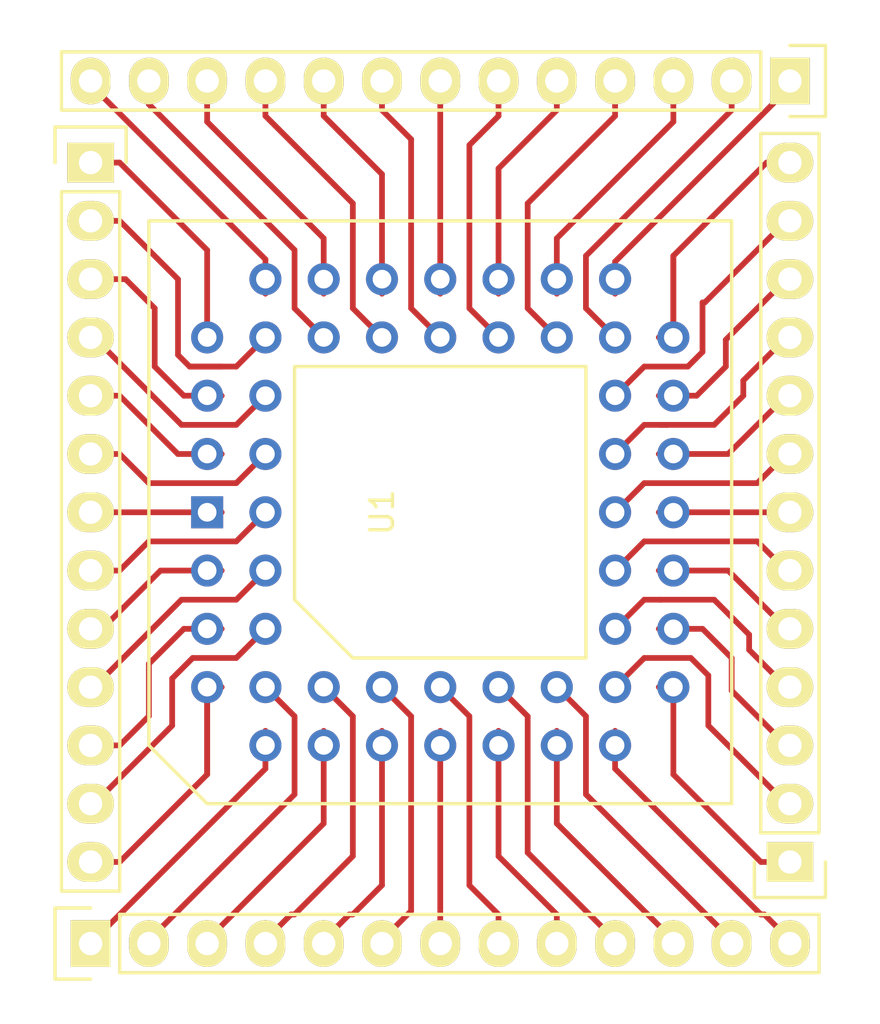
<source format=kicad_pcb>
(kicad_pcb (version 20171130) (host pcbnew 5.0-dev-unknown-dd04bcb~61~ubuntu16.04.1)

  (general
    (thickness 1.6)
    (drawings 0)
    (tracks 219)
    (zones 0)
    (modules 5)
    (nets 53)
  )

  (page A4)
  (layers
    (0 F.Cu signal)
    (31 B.Cu signal)
    (32 B.Adhes user)
    (33 F.Adhes user)
    (34 B.Paste user)
    (35 F.Paste user)
    (36 B.SilkS user)
    (37 F.SilkS user)
    (38 B.Mask user)
    (39 F.Mask user)
    (40 Dwgs.User user)
    (41 Cmts.User user)
    (42 Eco1.User user)
    (43 Eco2.User user)
    (44 Edge.Cuts user)
    (45 Margin user)
    (46 B.CrtYd user)
    (47 F.CrtYd user)
    (48 B.Fab user)
    (49 F.Fab user)
  )

  (setup
    (last_trace_width 0.25)
    (trace_clearance 0.2)
    (zone_clearance 0.508)
    (zone_45_only no)
    (trace_min 0.2)
    (segment_width 0.2)
    (edge_width 0.15)
    (via_size 0.8)
    (via_drill 0.4)
    (via_min_size 0.4)
    (via_min_drill 0.3)
    (uvia_size 0.3)
    (uvia_drill 0.1)
    (uvias_allowed no)
    (uvia_min_size 0.2)
    (uvia_min_drill 0.1)
    (pcb_text_width 0.3)
    (pcb_text_size 1.5 1.5)
    (mod_edge_width 0.15)
    (mod_text_size 1 1)
    (mod_text_width 0.15)
    (pad_size 1.524 1.524)
    (pad_drill 0.762)
    (pad_to_mask_clearance 0.2)
    (aux_axis_origin 0 0)
    (visible_elements FFFFFF7F)
    (pcbplotparams
      (layerselection 0x010fc_ffffffff)
      (usegerberextensions false)
      (usegerberattributes false)
      (usegerberadvancedattributes false)
      (creategerberjobfile false)
      (excludeedgelayer true)
      (linewidth 0.050000)
      (plotframeref false)
      (viasonmask false)
      (mode 1)
      (useauxorigin false)
      (hpglpennumber 1)
      (hpglpenspeed 20)
      (hpglpendiameter 15)
      (psnegative false)
      (psa4output false)
      (plotreference true)
      (plotvalue true)
      (plotinvisibletext false)
      (padsonsilk false)
      (subtractmaskfromsilk false)
      (outputformat 1)
      (mirror false)
      (drillshape 0)
      (scaleselection 1)
      (outputdirectory /home/nail/tmp/plot/))
  )

  (net 0 "")
  (net 1 /1)
  (net 2 /2)
  (net 3 /3)
  (net 4 /4)
  (net 5 /5)
  (net 6 /6)
  (net 7 /7)
  (net 8 /8)
  (net 9 /9)
  (net 10 /10)
  (net 11 /11)
  (net 12 /12)
  (net 13 /13)
  (net 14 /14)
  (net 15 /15)
  (net 16 /16)
  (net 17 /17)
  (net 18 /18)
  (net 19 /19)
  (net 20 /20)
  (net 21 /21)
  (net 22 /22)
  (net 23 /23)
  (net 24 /24)
  (net 25 /25)
  (net 26 /26)
  (net 27 /27)
  (net 28 /28)
  (net 29 /29)
  (net 30 /30)
  (net 31 /31)
  (net 32 /32)
  (net 33 /33)
  (net 34 /34)
  (net 35 /35)
  (net 36 /36)
  (net 37 /37)
  (net 38 /38)
  (net 39 /39)
  (net 40 /40)
  (net 41 /41)
  (net 42 /42)
  (net 43 /43)
  (net 44 /44)
  (net 45 /45)
  (net 46 /46)
  (net 47 /47)
  (net 48 /48)
  (net 49 /49)
  (net 50 /50)
  (net 51 /51)
  (net 52 /52)

  (net_class Default "This is the default net class."
    (clearance 0.2)
    (trace_width 0.25)
    (via_dia 0.8)
    (via_drill 0.4)
    (uvia_dia 0.3)
    (uvia_drill 0.1)
    (add_net /1)
    (add_net /10)
    (add_net /11)
    (add_net /12)
    (add_net /13)
    (add_net /14)
    (add_net /15)
    (add_net /16)
    (add_net /17)
    (add_net /18)
    (add_net /19)
    (add_net /2)
    (add_net /20)
    (add_net /21)
    (add_net /22)
    (add_net /23)
    (add_net /24)
    (add_net /25)
    (add_net /26)
    (add_net /27)
    (add_net /28)
    (add_net /29)
    (add_net /3)
    (add_net /30)
    (add_net /31)
    (add_net /32)
    (add_net /33)
    (add_net /34)
    (add_net /35)
    (add_net /36)
    (add_net /37)
    (add_net /38)
    (add_net /39)
    (add_net /4)
    (add_net /40)
    (add_net /41)
    (add_net /42)
    (add_net /43)
    (add_net /44)
    (add_net /45)
    (add_net /46)
    (add_net /47)
    (add_net /48)
    (add_net /49)
    (add_net /5)
    (add_net /50)
    (add_net /51)
    (add_net /52)
    (add_net /6)
    (add_net /7)
    (add_net /8)
    (add_net /9)
  )

  (module Pin_Headers.pretty:Pin_Header_Straight_1x13 (layer F.Cu) (tedit 5A8EC219) (tstamp 5A904C90)
    (at 93.98 91.44)
    (descr "Through hole pin header")
    (tags "pin header")
    (path /5A9AB5EF)
    (fp_text reference CON1 (at 0 -5.1) (layer F.SilkS) hide
      (effects (font (size 1 1) (thickness 0.15)))
    )
    (fp_text value CONN_13 (at 0 -3.1) (layer F.Fab)
      (effects (font (size 1 1) (thickness 0.15)))
    )
    (fp_line (start -1.75 -1.75) (end -1.75 32.25) (layer F.CrtYd) (width 0.05))
    (fp_line (start 1.75 -1.75) (end 1.75 32.25) (layer F.CrtYd) (width 0.05))
    (fp_line (start -1.75 -1.75) (end 1.75 -1.75) (layer F.CrtYd) (width 0.05))
    (fp_line (start -1.75 32.25) (end 1.75 32.25) (layer F.CrtYd) (width 0.05))
    (fp_line (start -1.27 1.27) (end -1.27 31.75) (layer F.SilkS) (width 0.15))
    (fp_line (start -1.27 31.75) (end 1.27 31.75) (layer F.SilkS) (width 0.15))
    (fp_line (start 1.27 31.75) (end 1.27 1.27) (layer F.SilkS) (width 0.15))
    (fp_line (start 1.55 -1.55) (end 1.55 0) (layer F.SilkS) (width 0.15))
    (fp_line (start 1.27 1.27) (end -1.27 1.27) (layer F.SilkS) (width 0.15))
    (fp_line (start -1.55 0) (end -1.55 -1.55) (layer F.SilkS) (width 0.15))
    (fp_line (start -1.55 -1.55) (end 1.55 -1.55) (layer F.SilkS) (width 0.15))
    (pad 1 thru_hole rect (at 0 0) (size 2.032 1.7272) (drill 1.016) (layers *.Cu *.Mask F.SilkS)
      (net 47 /47))
    (pad 2 thru_hole oval (at 0 2.54) (size 2.032 1.7272) (drill 1.016) (layers *.Cu *.Mask F.SilkS)
      (net 48 /48))
    (pad 3 thru_hole oval (at 0 5.08) (size 2.032 1.7272) (drill 1.016) (layers *.Cu *.Mask F.SilkS)
      (net 49 /49))
    (pad 4 thru_hole oval (at 0 7.62) (size 2.032 1.7272) (drill 1.016) (layers *.Cu *.Mask F.SilkS)
      (net 50 /50))
    (pad 5 thru_hole oval (at 0 10.16) (size 2.032 1.7272) (drill 1.016) (layers *.Cu *.Mask F.SilkS)
      (net 51 /51))
    (pad 6 thru_hole oval (at 0 12.7) (size 2.032 1.7272) (drill 1.016) (layers *.Cu *.Mask F.SilkS)
      (net 52 /52))
    (pad 7 thru_hole oval (at 0 15.24) (size 2.032 1.7272) (drill 1.016) (layers *.Cu *.Mask F.SilkS)
      (net 1 /1))
    (pad 8 thru_hole oval (at 0 17.78) (size 2.032 1.7272) (drill 1.016) (layers *.Cu *.Mask F.SilkS)
      (net 2 /2))
    (pad 9 thru_hole oval (at 0 20.32) (size 2.032 1.7272) (drill 1.016) (layers *.Cu *.Mask F.SilkS)
      (net 3 /3))
    (pad 10 thru_hole oval (at 0 22.86) (size 2.032 1.7272) (drill 1.016) (layers *.Cu *.Mask F.SilkS)
      (net 4 /4))
    (pad 11 thru_hole oval (at 0 25.4) (size 2.032 1.7272) (drill 1.016) (layers *.Cu *.Mask F.SilkS)
      (net 5 /5))
    (pad 12 thru_hole oval (at 0 27.94) (size 2.032 1.7272) (drill 1.016) (layers *.Cu *.Mask F.SilkS)
      (net 6 /6))
    (pad 13 thru_hole oval (at 0 30.48) (size 2.032 1.7272) (drill 1.016) (layers *.Cu *.Mask F.SilkS)
      (net 7 /7))
    (model Pin_Headers.3dshapes/Pin_Header_Straight_1x13.wrl
      (offset (xyz 0 -15.23999977111816 0))
      (scale (xyz 1 1 1))
      (rotate (xyz 0 0 90))
    )
  )

  (module Pin_Headers.pretty:Pin_Header_Straight_1x13 (layer F.Cu) (tedit 5A8EC227) (tstamp 5A9048B8)
    (at 93.98 125.476 90)
    (descr "Through hole pin header")
    (tags "pin header")
    (path /5A9AB643)
    (fp_text reference CON2 (at 0 -5.1 90) (layer F.SilkS) hide
      (effects (font (size 1 1) (thickness 0.15)))
    )
    (fp_text value CONN_13 (at 0 -3.1 90) (layer F.Fab)
      (effects (font (size 1 1) (thickness 0.15)))
    )
    (fp_line (start -1.55 -1.55) (end 1.55 -1.55) (layer F.SilkS) (width 0.15))
    (fp_line (start -1.55 0) (end -1.55 -1.55) (layer F.SilkS) (width 0.15))
    (fp_line (start 1.27 1.27) (end -1.27 1.27) (layer F.SilkS) (width 0.15))
    (fp_line (start 1.55 -1.55) (end 1.55 0) (layer F.SilkS) (width 0.15))
    (fp_line (start 1.27 31.75) (end 1.27 1.27) (layer F.SilkS) (width 0.15))
    (fp_line (start -1.27 31.75) (end 1.27 31.75) (layer F.SilkS) (width 0.15))
    (fp_line (start -1.27 1.27) (end -1.27 31.75) (layer F.SilkS) (width 0.15))
    (fp_line (start -1.75 32.25) (end 1.75 32.25) (layer F.CrtYd) (width 0.05))
    (fp_line (start -1.75 -1.75) (end 1.75 -1.75) (layer F.CrtYd) (width 0.05))
    (fp_line (start 1.75 -1.75) (end 1.75 32.25) (layer F.CrtYd) (width 0.05))
    (fp_line (start -1.75 -1.75) (end -1.75 32.25) (layer F.CrtYd) (width 0.05))
    (pad 13 thru_hole oval (at 0 30.48 90) (size 2.032 1.7272) (drill 1.016) (layers *.Cu *.Mask F.SilkS)
      (net 20 /20))
    (pad 12 thru_hole oval (at 0 27.94 90) (size 2.032 1.7272) (drill 1.016) (layers *.Cu *.Mask F.SilkS)
      (net 19 /19))
    (pad 11 thru_hole oval (at 0 25.4 90) (size 2.032 1.7272) (drill 1.016) (layers *.Cu *.Mask F.SilkS)
      (net 18 /18))
    (pad 10 thru_hole oval (at 0 22.86 90) (size 2.032 1.7272) (drill 1.016) (layers *.Cu *.Mask F.SilkS)
      (net 17 /17))
    (pad 9 thru_hole oval (at 0 20.32 90) (size 2.032 1.7272) (drill 1.016) (layers *.Cu *.Mask F.SilkS)
      (net 16 /16))
    (pad 8 thru_hole oval (at 0 17.78 90) (size 2.032 1.7272) (drill 1.016) (layers *.Cu *.Mask F.SilkS)
      (net 15 /15))
    (pad 7 thru_hole oval (at 0 15.24 90) (size 2.032 1.7272) (drill 1.016) (layers *.Cu *.Mask F.SilkS)
      (net 14 /14))
    (pad 6 thru_hole oval (at 0 12.7 90) (size 2.032 1.7272) (drill 1.016) (layers *.Cu *.Mask F.SilkS)
      (net 13 /13))
    (pad 5 thru_hole oval (at 0 10.16 90) (size 2.032 1.7272) (drill 1.016) (layers *.Cu *.Mask F.SilkS)
      (net 12 /12))
    (pad 4 thru_hole oval (at 0 7.62 90) (size 2.032 1.7272) (drill 1.016) (layers *.Cu *.Mask F.SilkS)
      (net 11 /11))
    (pad 3 thru_hole oval (at 0 5.08 90) (size 2.032 1.7272) (drill 1.016) (layers *.Cu *.Mask F.SilkS)
      (net 10 /10))
    (pad 2 thru_hole oval (at 0 2.54 90) (size 2.032 1.7272) (drill 1.016) (layers *.Cu *.Mask F.SilkS)
      (net 9 /9))
    (pad 1 thru_hole rect (at 0 0 90) (size 2.032 1.7272) (drill 1.016) (layers *.Cu *.Mask F.SilkS)
      (net 8 /8))
    (model Pin_Headers.3dshapes/Pin_Header_Straight_1x13.wrl
      (offset (xyz 0 -15.23999977111816 0))
      (scale (xyz 1 1 1))
      (rotate (xyz 0 0 90))
    )
  )

  (module Pin_Headers.pretty:Pin_Header_Straight_1x13 (layer F.Cu) (tedit 5A8EC224) (tstamp 5A9048D4)
    (at 124.46 121.92 180)
    (descr "Through hole pin header")
    (tags "pin header")
    (path /5A9AB87C)
    (fp_text reference CON3 (at 0 -5.1 180) (layer F.SilkS) hide
      (effects (font (size 1 1) (thickness 0.15)))
    )
    (fp_text value CONN_13 (at 0 -3.1 180) (layer F.Fab)
      (effects (font (size 1 1) (thickness 0.15)))
    )
    (fp_line (start -1.75 -1.75) (end -1.75 32.25) (layer F.CrtYd) (width 0.05))
    (fp_line (start 1.75 -1.75) (end 1.75 32.25) (layer F.CrtYd) (width 0.05))
    (fp_line (start -1.75 -1.75) (end 1.75 -1.75) (layer F.CrtYd) (width 0.05))
    (fp_line (start -1.75 32.25) (end 1.75 32.25) (layer F.CrtYd) (width 0.05))
    (fp_line (start -1.27 1.27) (end -1.27 31.75) (layer F.SilkS) (width 0.15))
    (fp_line (start -1.27 31.75) (end 1.27 31.75) (layer F.SilkS) (width 0.15))
    (fp_line (start 1.27 31.75) (end 1.27 1.27) (layer F.SilkS) (width 0.15))
    (fp_line (start 1.55 -1.55) (end 1.55 0) (layer F.SilkS) (width 0.15))
    (fp_line (start 1.27 1.27) (end -1.27 1.27) (layer F.SilkS) (width 0.15))
    (fp_line (start -1.55 0) (end -1.55 -1.55) (layer F.SilkS) (width 0.15))
    (fp_line (start -1.55 -1.55) (end 1.55 -1.55) (layer F.SilkS) (width 0.15))
    (pad 1 thru_hole rect (at 0 0 180) (size 2.032 1.7272) (drill 1.016) (layers *.Cu *.Mask F.SilkS)
      (net 21 /21))
    (pad 2 thru_hole oval (at 0 2.54 180) (size 2.032 1.7272) (drill 1.016) (layers *.Cu *.Mask F.SilkS)
      (net 22 /22))
    (pad 3 thru_hole oval (at 0 5.08 180) (size 2.032 1.7272) (drill 1.016) (layers *.Cu *.Mask F.SilkS)
      (net 23 /23))
    (pad 4 thru_hole oval (at 0 7.62 180) (size 2.032 1.7272) (drill 1.016) (layers *.Cu *.Mask F.SilkS)
      (net 24 /24))
    (pad 5 thru_hole oval (at 0 10.16 180) (size 2.032 1.7272) (drill 1.016) (layers *.Cu *.Mask F.SilkS)
      (net 25 /25))
    (pad 6 thru_hole oval (at 0 12.7 180) (size 2.032 1.7272) (drill 1.016) (layers *.Cu *.Mask F.SilkS)
      (net 26 /26))
    (pad 7 thru_hole oval (at 0 15.24 180) (size 2.032 1.7272) (drill 1.016) (layers *.Cu *.Mask F.SilkS)
      (net 27 /27))
    (pad 8 thru_hole oval (at 0 17.78 180) (size 2.032 1.7272) (drill 1.016) (layers *.Cu *.Mask F.SilkS)
      (net 28 /28))
    (pad 9 thru_hole oval (at 0 20.32 180) (size 2.032 1.7272) (drill 1.016) (layers *.Cu *.Mask F.SilkS)
      (net 29 /29))
    (pad 10 thru_hole oval (at 0 22.86 180) (size 2.032 1.7272) (drill 1.016) (layers *.Cu *.Mask F.SilkS)
      (net 30 /30))
    (pad 11 thru_hole oval (at 0 25.4 180) (size 2.032 1.7272) (drill 1.016) (layers *.Cu *.Mask F.SilkS)
      (net 31 /31))
    (pad 12 thru_hole oval (at 0 27.94 180) (size 2.032 1.7272) (drill 1.016) (layers *.Cu *.Mask F.SilkS)
      (net 32 /32))
    (pad 13 thru_hole oval (at 0 30.48 180) (size 2.032 1.7272) (drill 1.016) (layers *.Cu *.Mask F.SilkS)
      (net 33 /33))
    (model Pin_Headers.3dshapes/Pin_Header_Straight_1x13.wrl
      (offset (xyz 0 -15.23999977111816 0))
      (scale (xyz 1 1 1))
      (rotate (xyz 0 0 90))
    )
  )

  (module Pin_Headers.pretty:Pin_Header_Straight_1x13 (layer F.Cu) (tedit 5A8EC220) (tstamp 5A9048F0)
    (at 124.46 87.884 270)
    (descr "Through hole pin header")
    (tags "pin header")
    (path /5A9AB883)
    (fp_text reference CON4 (at 0 -5.1 270) (layer F.SilkS) hide
      (effects (font (size 1 1) (thickness 0.15)))
    )
    (fp_text value CONN_13 (at 0 -3.1 270) (layer F.Fab)
      (effects (font (size 1 1) (thickness 0.15)))
    )
    (fp_line (start -1.55 -1.55) (end 1.55 -1.55) (layer F.SilkS) (width 0.15))
    (fp_line (start -1.55 0) (end -1.55 -1.55) (layer F.SilkS) (width 0.15))
    (fp_line (start 1.27 1.27) (end -1.27 1.27) (layer F.SilkS) (width 0.15))
    (fp_line (start 1.55 -1.55) (end 1.55 0) (layer F.SilkS) (width 0.15))
    (fp_line (start 1.27 31.75) (end 1.27 1.27) (layer F.SilkS) (width 0.15))
    (fp_line (start -1.27 31.75) (end 1.27 31.75) (layer F.SilkS) (width 0.15))
    (fp_line (start -1.27 1.27) (end -1.27 31.75) (layer F.SilkS) (width 0.15))
    (fp_line (start -1.75 32.25) (end 1.75 32.25) (layer F.CrtYd) (width 0.05))
    (fp_line (start -1.75 -1.75) (end 1.75 -1.75) (layer F.CrtYd) (width 0.05))
    (fp_line (start 1.75 -1.75) (end 1.75 32.25) (layer F.CrtYd) (width 0.05))
    (fp_line (start -1.75 -1.75) (end -1.75 32.25) (layer F.CrtYd) (width 0.05))
    (pad 13 thru_hole oval (at 0 30.48 270) (size 2.032 1.7272) (drill 1.016) (layers *.Cu *.Mask F.SilkS)
      (net 46 /46))
    (pad 12 thru_hole oval (at 0 27.94 270) (size 2.032 1.7272) (drill 1.016) (layers *.Cu *.Mask F.SilkS)
      (net 45 /45))
    (pad 11 thru_hole oval (at 0 25.4 270) (size 2.032 1.7272) (drill 1.016) (layers *.Cu *.Mask F.SilkS)
      (net 44 /44))
    (pad 10 thru_hole oval (at 0 22.86 270) (size 2.032 1.7272) (drill 1.016) (layers *.Cu *.Mask F.SilkS)
      (net 43 /43))
    (pad 9 thru_hole oval (at 0 20.32 270) (size 2.032 1.7272) (drill 1.016) (layers *.Cu *.Mask F.SilkS)
      (net 42 /42))
    (pad 8 thru_hole oval (at 0 17.78 270) (size 2.032 1.7272) (drill 1.016) (layers *.Cu *.Mask F.SilkS)
      (net 41 /41))
    (pad 7 thru_hole oval (at 0 15.24 270) (size 2.032 1.7272) (drill 1.016) (layers *.Cu *.Mask F.SilkS)
      (net 40 /40))
    (pad 6 thru_hole oval (at 0 12.7 270) (size 2.032 1.7272) (drill 1.016) (layers *.Cu *.Mask F.SilkS)
      (net 39 /39))
    (pad 5 thru_hole oval (at 0 10.16 270) (size 2.032 1.7272) (drill 1.016) (layers *.Cu *.Mask F.SilkS)
      (net 38 /38))
    (pad 4 thru_hole oval (at 0 7.62 270) (size 2.032 1.7272) (drill 1.016) (layers *.Cu *.Mask F.SilkS)
      (net 37 /37))
    (pad 3 thru_hole oval (at 0 5.08 270) (size 2.032 1.7272) (drill 1.016) (layers *.Cu *.Mask F.SilkS)
      (net 36 /36))
    (pad 2 thru_hole oval (at 0 2.54 270) (size 2.032 1.7272) (drill 1.016) (layers *.Cu *.Mask F.SilkS)
      (net 35 /35))
    (pad 1 thru_hole rect (at 0 0 270) (size 2.032 1.7272) (drill 1.016) (layers *.Cu *.Mask F.SilkS)
      (net 34 /34))
    (model Pin_Headers.3dshapes/Pin_Header_Straight_1x13.wrl
      (offset (xyz 0 -15.23999977111816 0))
      (scale (xyz 1 1 1))
      (rotate (xyz 0 0 90))
    )
  )

  (module Sockets:PLCC52 (layer F.Cu) (tedit 0) (tstamp 5A8F0907)
    (at 109.22 106.68 90)
    (descr "Support Plcc 52 pins, pads ronds")
    (tags PLCC)
    (path /5A8FB6FA)
    (fp_text reference U1 (at 0 -2.54 90) (layer F.SilkS)
      (effects (font (size 1 1) (thickness 0.15)))
    )
    (fp_text value 68HC05_PLCC (at 0 2.54 90) (layer F.Fab)
      (effects (font (size 1 1) (thickness 0.15)))
    )
    (fp_line (start 12.7 12.7) (end -12.7 12.7) (layer F.SilkS) (width 0.15))
    (fp_line (start 12.7 -12.7) (end 12.7 12.7) (layer F.SilkS) (width 0.15))
    (fp_line (start -10.16 -12.7) (end 12.7 -12.7) (layer F.SilkS) (width 0.15))
    (fp_line (start -12.7 -10.16) (end -10.16 -12.7) (layer F.SilkS) (width 0.15))
    (fp_line (start -12.7 12.7) (end -12.7 -10.16) (layer F.SilkS) (width 0.15))
    (fp_line (start 6.35 -6.35) (end -3.81 -6.35) (layer F.SilkS) (width 0.15))
    (fp_line (start 6.35 6.35) (end 6.35 -6.35) (layer F.SilkS) (width 0.15))
    (fp_line (start -6.35 6.35) (end 6.35 6.35) (layer F.SilkS) (width 0.15))
    (fp_line (start -6.35 -3.81) (end -6.35 6.35) (layer F.SilkS) (width 0.15))
    (fp_line (start -3.81 -6.35) (end -6.35 -3.81) (layer F.SilkS) (width 0.15))
    (pad 52 thru_hole circle (at 2.54 -7.62 90) (size 1.397 1.397) (drill 0.8128) (layers *.Cu *.Mask)
      (net 52 /52))
    (pad 51 thru_hole circle (at 2.54 -10.16 90) (size 1.397 1.397) (drill 0.8128) (layers *.Cu *.Mask)
      (net 51 /51))
    (pad 50 thru_hole circle (at 5.08 -7.62 90) (size 1.397 1.397) (drill 0.8128) (layers *.Cu *.Mask)
      (net 50 /50))
    (pad 49 thru_hole circle (at 5.08 -10.16 90) (size 1.397 1.397) (drill 0.8128) (layers *.Cu *.Mask)
      (net 49 /49))
    (pad 48 thru_hole circle (at 7.62 -7.62 90) (size 1.397 1.397) (drill 0.8128) (layers *.Cu *.Mask)
      (net 48 /48))
    (pad 47 thru_hole circle (at 7.62 -10.16 90) (size 1.397 1.397) (drill 0.8128) (layers *.Cu *.Mask)
      (net 47 /47))
    (pad 46 thru_hole circle (at 10.16 -7.62 90) (size 1.397 1.397) (drill 0.8128) (layers *.Cu *.Mask)
      (net 46 /46))
    (pad 45 thru_hole circle (at 7.62 -5.08 90) (size 1.397 1.397) (drill 0.8128) (layers *.Cu *.Mask)
      (net 45 /45))
    (pad 44 thru_hole circle (at 10.16 -5.08 90) (size 1.397 1.397) (drill 0.8128) (layers *.Cu *.Mask)
      (net 44 /44))
    (pad 43 thru_hole circle (at 7.62 -2.54 90) (size 1.397 1.397) (drill 0.8128) (layers *.Cu *.Mask)
      (net 43 /43))
    (pad 42 thru_hole circle (at 10.16 -2.54 90) (size 1.397 1.397) (drill 0.8128) (layers *.Cu *.Mask)
      (net 42 /42))
    (pad 41 thru_hole circle (at 7.62 0 90) (size 1.397 1.397) (drill 0.8128) (layers *.Cu *.Mask)
      (net 41 /41))
    (pad 40 thru_hole circle (at 10.16 0 90) (size 1.397 1.397) (drill 0.8128) (layers *.Cu *.Mask)
      (net 40 /40))
    (pad 39 thru_hole circle (at 7.62 2.54 90) (size 1.397 1.397) (drill 0.8128) (layers *.Cu *.Mask)
      (net 39 /39))
    (pad 38 thru_hole circle (at 10.16 2.54 90) (size 1.397 1.397) (drill 0.8128) (layers *.Cu *.Mask)
      (net 38 /38))
    (pad 37 thru_hole circle (at 7.62 5.08 90) (size 1.397 1.397) (drill 0.8128) (layers *.Cu *.Mask)
      (net 37 /37))
    (pad 36 thru_hole circle (at 10.16 5.08 90) (size 1.397 1.397) (drill 0.8128) (layers *.Cu *.Mask)
      (net 36 /36))
    (pad 35 thru_hole circle (at 7.62 7.62 90) (size 1.397 1.397) (drill 0.8128) (layers *.Cu *.Mask)
      (net 35 /35))
    (pad 34 thru_hole circle (at 10.16 7.62 90) (size 1.397 1.397) (drill 0.8128) (layers *.Cu *.Mask)
      (net 34 /34))
    (pad 33 thru_hole circle (at 7.62 10.16 90) (size 1.397 1.397) (drill 0.8128) (layers *.Cu *.Mask)
      (net 33 /33))
    (pad 32 thru_hole circle (at 5.08 7.62 90) (size 1.397 1.397) (drill 0.8128) (layers *.Cu *.Mask)
      (net 32 /32))
    (pad 31 thru_hole circle (at 5.08 10.16 90) (size 1.397 1.397) (drill 0.8128) (layers *.Cu *.Mask)
      (net 31 /31))
    (pad 30 thru_hole circle (at 2.54 7.62 90) (size 1.397 1.397) (drill 0.8128) (layers *.Cu *.Mask)
      (net 30 /30))
    (pad 29 thru_hole circle (at 2.54 10.16 90) (size 1.397 1.397) (drill 0.8128) (layers *.Cu *.Mask)
      (net 29 /29))
    (pad 28 thru_hole circle (at 0 7.62 90) (size 1.397 1.397) (drill 0.8128) (layers *.Cu *.Mask)
      (net 28 /28))
    (pad 27 thru_hole circle (at 0 10.16 90) (size 1.397 1.397) (drill 0.8128) (layers *.Cu *.Mask)
      (net 27 /27))
    (pad 26 thru_hole circle (at -2.54 7.62 90) (size 1.397 1.397) (drill 0.8128) (layers *.Cu *.Mask)
      (net 26 /26))
    (pad 25 thru_hole circle (at -2.54 10.16 90) (size 1.397 1.397) (drill 0.8128) (layers *.Cu *.Mask)
      (net 25 /25))
    (pad 24 thru_hole circle (at -5.08 7.62 90) (size 1.397 1.397) (drill 0.8128) (layers *.Cu *.Mask)
      (net 24 /24))
    (pad 23 thru_hole circle (at -5.08 10.16 90) (size 1.397 1.397) (drill 0.8128) (layers *.Cu *.Mask)
      (net 23 /23))
    (pad 22 thru_hole circle (at -7.62 7.62 90) (size 1.397 1.397) (drill 0.8128) (layers *.Cu *.Mask)
      (net 22 /22))
    (pad 21 thru_hole circle (at -7.62 10.16 90) (size 1.397 1.397) (drill 0.8128) (layers *.Cu *.Mask)
      (net 21 /21))
    (pad 20 thru_hole circle (at -10.16 7.62 90) (size 1.397 1.397) (drill 0.8128) (layers *.Cu *.Mask)
      (net 20 /20))
    (pad 19 thru_hole circle (at -7.62 5.08 90) (size 1.397 1.397) (drill 0.8128) (layers *.Cu *.Mask)
      (net 19 /19))
    (pad 18 thru_hole circle (at -10.16 5.08 90) (size 1.397 1.397) (drill 0.8128) (layers *.Cu *.Mask)
      (net 18 /18))
    (pad 17 thru_hole circle (at -7.62 2.54 90) (size 1.397 1.397) (drill 0.8128) (layers *.Cu *.Mask)
      (net 17 /17))
    (pad 16 thru_hole circle (at -10.16 2.54 90) (size 1.397 1.397) (drill 0.8128) (layers *.Cu *.Mask)
      (net 16 /16))
    (pad 15 thru_hole circle (at -7.62 0 90) (size 1.397 1.397) (drill 0.8128) (layers *.Cu *.Mask)
      (net 15 /15))
    (pad 14 thru_hole circle (at -10.16 0 90) (size 1.397 1.397) (drill 0.8128) (layers *.Cu *.Mask)
      (net 14 /14))
    (pad 13 thru_hole circle (at -7.62 -2.54 90) (size 1.397 1.397) (drill 0.8128) (layers *.Cu *.Mask)
      (net 13 /13))
    (pad 12 thru_hole circle (at -10.16 -2.54 90) (size 1.397 1.397) (drill 0.8128) (layers *.Cu *.Mask)
      (net 12 /12))
    (pad 11 thru_hole circle (at -7.62 -5.08 90) (size 1.397 1.397) (drill 0.8128) (layers *.Cu *.Mask)
      (net 11 /11))
    (pad 10 thru_hole circle (at -10.16 -5.08 90) (size 1.397 1.397) (drill 0.8128) (layers *.Cu *.Mask)
      (net 10 /10))
    (pad 9 thru_hole circle (at -7.62 -7.62 90) (size 1.397 1.397) (drill 0.8128) (layers *.Cu *.Mask)
      (net 9 /9))
    (pad 8 thru_hole circle (at -10.16 -7.62 90) (size 1.397 1.397) (drill 0.8128) (layers *.Cu *.Mask)
      (net 8 /8))
    (pad 7 thru_hole circle (at -7.62 -10.16 90) (size 1.397 1.397) (drill 0.8128) (layers *.Cu *.Mask)
      (net 7 /7))
    (pad 6 thru_hole circle (at -5.08 -7.62 90) (size 1.397 1.397) (drill 0.8128) (layers *.Cu *.Mask)
      (net 6 /6))
    (pad 5 thru_hole circle (at -5.08 -10.16 90) (size 1.397 1.397) (drill 0.8128) (layers *.Cu *.Mask)
      (net 5 /5))
    (pad 4 thru_hole circle (at -2.54 -7.62 90) (size 1.397 1.397) (drill 0.8128) (layers *.Cu *.Mask)
      (net 4 /4))
    (pad 3 thru_hole circle (at -2.54 -10.16 90) (size 1.397 1.397) (drill 0.8128) (layers *.Cu *.Mask)
      (net 3 /3))
    (pad 2 thru_hole circle (at 0 -7.62 90) (size 1.397 1.397) (drill 0.8128) (layers *.Cu *.Mask)
      (net 2 /2))
    (pad 1 thru_hole rect (at 0 -10.16 90) (size 1.397 1.397) (drill 0.8128) (layers *.Cu *.Mask)
      (net 1 /1))
  )

  (segment (start 99.695 106.68) (end 98.429 106.68) (width 0.25) (layer F.Cu) (net 1))
  (segment (start 98.429 106.68) (end 93.98 106.68) (width 0.25) (layer F.Cu) (net 1))
  (segment (start 93.98 109.22) (end 95.246 109.22) (width 0.25) (layer F.Cu) (net 2))
  (segment (start 95.246 109.22) (end 96.516 107.95) (width 0.25) (layer F.Cu) (net 2))
  (segment (start 96.516 107.95) (end 100.33 107.95) (width 0.25) (layer F.Cu) (net 2))
  (segment (start 100.33 107.95) (end 101.6 106.68) (width 0.25) (layer F.Cu) (net 2))
  (segment (start 93.98 111.76) (end 94.488 111.76) (width 0.25) (layer F.Cu) (net 3))
  (segment (start 94.488 111.76) (end 97.028 109.22) (width 0.25) (layer F.Cu) (net 3))
  (segment (start 98.429 109.22) (end 99.695 109.22) (width 0.25) (layer F.Cu) (net 3))
  (segment (start 97.028 109.22) (end 98.429 109.22) (width 0.25) (layer F.Cu) (net 3))
  (segment (start 93.98 114.3) (end 94.1324 114.3) (width 0.25) (layer F.Cu) (net 4))
  (segment (start 94.1324 114.3) (end 97.9424 110.49) (width 0.25) (layer F.Cu) (net 4))
  (segment (start 97.9424 110.49) (end 100.33 110.49) (width 0.25) (layer F.Cu) (net 4))
  (segment (start 100.33 110.49) (end 101.6 109.22) (width 0.25) (layer F.Cu) (net 4))
  (segment (start 96.52 113.284) (end 96.52 115.566) (width 0.25) (layer F.Cu) (net 5))
  (segment (start 98.044 111.76) (end 96.52 113.284) (width 0.25) (layer F.Cu) (net 5))
  (segment (start 96.52 115.566) (end 95.246 116.84) (width 0.25) (layer F.Cu) (net 5))
  (segment (start 99.695 111.76) (end 98.044 111.76) (width 0.25) (layer F.Cu) (net 5))
  (segment (start 95.246 116.84) (end 93.98 116.84) (width 0.25) (layer F.Cu) (net 5))
  (segment (start 97.536 115.9764) (end 97.536 113.923) (width 0.25) (layer F.Cu) (net 6))
  (segment (start 93.98 119.38) (end 94.1324 119.38) (width 0.25) (layer F.Cu) (net 6))
  (segment (start 94.1324 119.38) (end 97.536 115.9764) (width 0.25) (layer F.Cu) (net 6))
  (segment (start 97.536 113.923) (end 98.429 113.03) (width 0.25) (layer F.Cu) (net 6))
  (segment (start 98.429 113.03) (end 100.33 113.03) (width 0.25) (layer F.Cu) (net 6))
  (segment (start 100.33 113.03) (end 101.6 111.76) (width 0.25) (layer F.Cu) (net 6))
  (segment (start 99.06 118.106) (end 99.06 114.554) (width 0.25) (layer F.Cu) (net 7))
  (segment (start 99.06 114.554) (end 99.314 114.3) (width 0.25) (layer F.Cu) (net 7))
  (segment (start 99.314 114.3) (end 99.695 114.3) (width 0.25) (layer F.Cu) (net 7))
  (segment (start 95.246 121.92) (end 98.552 118.614) (width 0.25) (layer F.Cu) (net 7))
  (segment (start 99.06 114.3) (end 99.06 118.106) (width 0.25) (layer F.Cu) (net 7))
  (segment (start 99.06 118.106) (end 98.552 118.614) (width 0.25) (layer F.Cu) (net 7))
  (segment (start 93.98 121.92) (end 95.246 121.92) (width 0.25) (layer F.Cu) (net 7))
  (segment (start 93.98 125.476) (end 101.6 117.856) (width 0.25) (layer F.Cu) (net 8))
  (segment (start 101.6 117.856) (end 101.6 116.205) (width 0.25) (layer F.Cu) (net 8))
  (segment (start 101.6 114.3) (end 102.87 115.57) (width 0.25) (layer F.Cu) (net 9))
  (segment (start 102.87 115.57) (end 102.87 118.9736) (width 0.25) (layer F.Cu) (net 9))
  (segment (start 96.52 125.3236) (end 96.52 125.476) (width 0.25) (layer F.Cu) (net 9))
  (segment (start 102.87 118.9736) (end 96.52 125.3236) (width 0.25) (layer F.Cu) (net 9))
  (segment (start 99.06 125.476) (end 99.06 125.3236) (width 0.25) (layer F.Cu) (net 10))
  (segment (start 99.06 125.3236) (end 104.14 120.2436) (width 0.25) (layer F.Cu) (net 10))
  (segment (start 104.14 120.2436) (end 104.14 117.471) (width 0.25) (layer F.Cu) (net 10))
  (segment (start 104.14 117.471) (end 104.14 116.205) (width 0.25) (layer F.Cu) (net 10))
  (segment (start 105.41 121.666) (end 102.866 124.21) (width 0.25) (layer F.Cu) (net 11))
  (segment (start 102.866 124.21) (end 102.7136 124.21) (width 0.25) (layer F.Cu) (net 11))
  (segment (start 105.41 115.57) (end 105.41 121.666) (width 0.25) (layer F.Cu) (net 11))
  (segment (start 104.14 114.3) (end 105.41 115.57) (width 0.25) (layer F.Cu) (net 11))
  (segment (start 102.7136 124.21) (end 101.6 125.3236) (width 0.25) (layer F.Cu) (net 11))
  (segment (start 101.6 125.3236) (end 101.6 125.476) (width 0.25) (layer F.Cu) (net 11))
  (segment (start 106.68 116.205) (end 106.68 122.936) (width 0.25) (layer F.Cu) (net 12))
  (segment (start 106.68 122.936) (end 105.406 124.21) (width 0.25) (layer F.Cu) (net 12))
  (segment (start 105.406 124.21) (end 105.2536 124.21) (width 0.25) (layer F.Cu) (net 12))
  (segment (start 105.2536 124.21) (end 104.14 125.3236) (width 0.25) (layer F.Cu) (net 12))
  (segment (start 104.14 125.3236) (end 104.14 125.476) (width 0.25) (layer F.Cu) (net 12))
  (segment (start 106.68 114.3) (end 107.95 115.57) (width 0.25) (layer F.Cu) (net 13))
  (segment (start 107.95 115.57) (end 107.95 124.0536) (width 0.25) (layer F.Cu) (net 13))
  (segment (start 107.95 124.0536) (end 106.68 125.3236) (width 0.25) (layer F.Cu) (net 13))
  (segment (start 106.68 125.3236) (end 106.68 125.476) (width 0.25) (layer F.Cu) (net 13))
  (segment (start 109.22 125.476) (end 109.22 124.21) (width 0.25) (layer F.Cu) (net 14))
  (segment (start 109.22 124.21) (end 109.22 116.205) (width 0.25) (layer F.Cu) (net 14))
  (segment (start 109.22 114.3) (end 110.49 115.57) (width 0.25) (layer F.Cu) (net 15))
  (segment (start 111.76 124.21) (end 111.76 125.476) (width 0.25) (layer F.Cu) (net 15))
  (segment (start 110.49 115.57) (end 110.49 122.94) (width 0.25) (layer F.Cu) (net 15))
  (segment (start 110.49 122.94) (end 111.76 124.21) (width 0.25) (layer F.Cu) (net 15))
  (segment (start 114.3 125.476) (end 114.3 124.21) (width 0.25) (layer F.Cu) (net 16))
  (segment (start 114.3 124.21) (end 111.76 121.67) (width 0.25) (layer F.Cu) (net 16))
  (segment (start 111.76 121.67) (end 111.76 116.205) (width 0.25) (layer F.Cu) (net 16))
  (segment (start 111.76 114.3) (end 113.03 115.57) (width 0.25) (layer F.Cu) (net 17))
  (segment (start 116.84 125.3236) (end 116.84 125.476) (width 0.25) (layer F.Cu) (net 17))
  (segment (start 113.03 115.57) (end 113.03 121.5136) (width 0.25) (layer F.Cu) (net 17))
  (segment (start 113.03 121.5136) (end 116.84 125.3236) (width 0.25) (layer F.Cu) (net 17))
  (segment (start 114.3 120.2436) (end 114.3 116.205) (width 0.25) (layer F.Cu) (net 18))
  (segment (start 119.38 125.476) (end 119.38 125.3236) (width 0.25) (layer F.Cu) (net 18))
  (segment (start 119.38 125.3236) (end 114.3 120.2436) (width 0.25) (layer F.Cu) (net 18))
  (segment (start 114.3 114.3) (end 115.57 115.57) (width 0.25) (layer F.Cu) (net 19))
  (segment (start 115.57 115.57) (end 115.57 118.9736) (width 0.25) (layer F.Cu) (net 19))
  (segment (start 115.57 118.9736) (end 121.92 125.3236) (width 0.25) (layer F.Cu) (net 19))
  (segment (start 121.92 125.3236) (end 121.92 125.476) (width 0.25) (layer F.Cu) (net 19))
  (segment (start 116.84 116.205) (end 116.84 117.856) (width 0.25) (layer F.Cu) (net 20))
  (segment (start 116.84 117.856) (end 123.194 124.21) (width 0.25) (layer F.Cu) (net 20))
  (segment (start 123.194 124.21) (end 123.3464 124.21) (width 0.25) (layer F.Cu) (net 20))
  (segment (start 123.3464 124.21) (end 124.46 125.3236) (width 0.25) (layer F.Cu) (net 20))
  (segment (start 124.46 125.3236) (end 124.46 125.476) (width 0.25) (layer F.Cu) (net 20))
  (segment (start 119.38 114.554) (end 119.126 114.3) (width 0.25) (layer F.Cu) (net 21))
  (segment (start 119.38 118.106) (end 119.38 114.554) (width 0.25) (layer F.Cu) (net 21))
  (segment (start 123.194 121.92) (end 119.38 118.106) (width 0.25) (layer F.Cu) (net 21))
  (segment (start 124.46 121.92) (end 123.194 121.92) (width 0.25) (layer F.Cu) (net 21))
  (segment (start 119.126 114.3) (end 118.745 114.3) (width 0.25) (layer F.Cu) (net 21))
  (segment (start 120.142 113.03) (end 120.904 113.792) (width 0.25) (layer F.Cu) (net 22))
  (segment (start 118.11 113.03) (end 120.142 113.03) (width 0.25) (layer F.Cu) (net 22))
  (segment (start 120.904 113.792) (end 120.904 115.9764) (width 0.25) (layer F.Cu) (net 22))
  (segment (start 116.84 114.3) (end 118.11 113.03) (width 0.25) (layer F.Cu) (net 22))
  (segment (start 120.904 115.9764) (end 124.3076 119.38) (width 0.25) (layer F.Cu) (net 22))
  (segment (start 124.3076 119.38) (end 124.46 119.38) (width 0.25) (layer F.Cu) (net 22))
  (segment (start 121.92 113.03) (end 121.92 114.4524) (width 0.25) (layer F.Cu) (net 23))
  (segment (start 118.745 111.76) (end 120.65 111.76) (width 0.25) (layer F.Cu) (net 23))
  (segment (start 120.65 111.76) (end 121.92 113.03) (width 0.25) (layer F.Cu) (net 23))
  (segment (start 121.92 114.4524) (end 124.3076 116.84) (width 0.25) (layer F.Cu) (net 23))
  (segment (start 124.3076 116.84) (end 124.46 116.84) (width 0.25) (layer F.Cu) (net 23))
  (segment (start 118.745 110.49) (end 118.872 110.49) (width 0.25) (layer F.Cu) (net 24))
  (segment (start 118.872 110.49) (end 121.158 110.49) (width 0.25) (layer F.Cu) (net 24))
  (segment (start 118.11 110.49) (end 118.872 110.49) (width 0.25) (layer F.Cu) (net 24))
  (segment (start 116.84 111.76) (end 118.11 110.49) (width 0.25) (layer F.Cu) (net 24))
  (segment (start 122.682 112.014) (end 122.682 112.6744) (width 0.25) (layer F.Cu) (net 24))
  (segment (start 121.158 110.49) (end 122.682 112.014) (width 0.25) (layer F.Cu) (net 24))
  (segment (start 122.682 112.6744) (end 124.3076 114.3) (width 0.25) (layer F.Cu) (net 24))
  (segment (start 124.3076 114.3) (end 124.46 114.3) (width 0.25) (layer F.Cu) (net 24))
  (segment (start 118.745 109.22) (end 121.666 109.22) (width 0.25) (layer F.Cu) (net 25))
  (segment (start 124.46 111.76) (end 124.3076 111.76) (width 0.25) (layer F.Cu) (net 25))
  (segment (start 124.3076 111.76) (end 121.7676 109.22) (width 0.25) (layer F.Cu) (net 25))
  (segment (start 121.7676 109.22) (end 121.666 109.22) (width 0.25) (layer F.Cu) (net 25))
  (segment (start 116.84 109.22) (end 118.11 107.95) (width 0.25) (layer F.Cu) (net 26))
  (segment (start 118.11 107.95) (end 123.0376 107.95) (width 0.25) (layer F.Cu) (net 26))
  (segment (start 123.0376 107.95) (end 124.3076 109.22) (width 0.25) (layer F.Cu) (net 26))
  (segment (start 124.3076 109.22) (end 124.46 109.22) (width 0.25) (layer F.Cu) (net 26))
  (segment (start 118.745 106.68) (end 124.46 106.68) (width 0.25) (layer F.Cu) (net 27))
  (segment (start 116.84 106.68) (end 118.11 105.41) (width 0.25) (layer F.Cu) (net 28))
  (segment (start 118.11 105.41) (end 123.0376 105.41) (width 0.25) (layer F.Cu) (net 28))
  (segment (start 123.0376 105.41) (end 124.3076 104.14) (width 0.25) (layer F.Cu) (net 28))
  (segment (start 124.3076 104.14) (end 124.46 104.14) (width 0.25) (layer F.Cu) (net 28))
  (segment (start 118.745 104.14) (end 121.7676 104.14) (width 0.25) (layer F.Cu) (net 29))
  (segment (start 121.7676 104.14) (end 124.3076 101.6) (width 0.25) (layer F.Cu) (net 29))
  (segment (start 124.3076 101.6) (end 124.46 101.6) (width 0.25) (layer F.Cu) (net 29))
  (segment (start 118.745 102.87) (end 119.126 102.87) (width 0.25) (layer F.Cu) (net 30))
  (segment (start 119.126 102.87) (end 121.158 102.87) (width 0.25) (layer F.Cu) (net 30))
  (segment (start 118.11 102.87) (end 119.126 102.87) (width 0.25) (layer F.Cu) (net 30))
  (segment (start 116.84 104.14) (end 118.11 102.87) (width 0.25) (layer F.Cu) (net 30))
  (segment (start 122.428 100.9396) (end 124.3076 99.06) (width 0.25) (layer F.Cu) (net 30))
  (segment (start 121.158 102.87) (end 122.428 101.6) (width 0.25) (layer F.Cu) (net 30))
  (segment (start 122.428 101.6) (end 122.428 100.9396) (width 0.25) (layer F.Cu) (net 30))
  (segment (start 124.3076 99.06) (end 124.46 99.06) (width 0.25) (layer F.Cu) (net 30))
  (segment (start 121.666 100.33) (end 121.666 99.1616) (width 0.25) (layer F.Cu) (net 31))
  (segment (start 118.745 101.6) (end 120.396 101.6) (width 0.25) (layer F.Cu) (net 31))
  (segment (start 120.396 101.6) (end 121.666 100.33) (width 0.25) (layer F.Cu) (net 31))
  (segment (start 121.666 99.1616) (end 124.3076 96.52) (width 0.25) (layer F.Cu) (net 31))
  (segment (start 124.3076 96.52) (end 124.46 96.52) (width 0.25) (layer F.Cu) (net 31))
  (segment (start 120.011 100.33) (end 120.65 99.691) (width 0.25) (layer F.Cu) (net 32))
  (segment (start 118.11 100.33) (end 120.011 100.33) (width 0.25) (layer F.Cu) (net 32))
  (segment (start 120.65 99.691) (end 120.65 97.536) (width 0.25) (layer F.Cu) (net 32))
  (segment (start 116.84 101.6) (end 118.11 100.33) (width 0.25) (layer F.Cu) (net 32))
  (segment (start 120.65 97.536) (end 120.7516 97.536) (width 0.25) (layer F.Cu) (net 32))
  (segment (start 120.7516 97.536) (end 124.3076 93.98) (width 0.25) (layer F.Cu) (net 32))
  (segment (start 124.3076 93.98) (end 124.46 93.98) (width 0.25) (layer F.Cu) (net 32))
  (segment (start 118.745 99.06) (end 119.38 98.425) (width 0.25) (layer F.Cu) (net 33))
  (segment (start 119.38 98.425) (end 119.38 95.504) (width 0.25) (layer F.Cu) (net 33))
  (segment (start 119.38 95.504) (end 123.444 91.44) (width 0.25) (layer F.Cu) (net 33))
  (segment (start 123.444 91.44) (end 124.46 91.44) (width 0.25) (layer F.Cu) (net 33))
  (segment (start 119.38 99.06) (end 119.38 95.504) (width 0.25) (layer F.Cu) (net 33))
  (segment (start 124.46 88.138) (end 116.84 95.758) (width 0.25) (layer F.Cu) (net 34))
  (segment (start 116.84 95.758) (end 116.84 97.155) (width 0.25) (layer F.Cu) (net 34))
  (segment (start 124.46 87.884) (end 124.46 88.138) (width 0.25) (layer F.Cu) (net 34))
  (segment (start 116.84 99.06) (end 115.57 97.79) (width 0.25) (layer F.Cu) (net 35))
  (segment (start 115.57 97.79) (end 115.57 95.504) (width 0.25) (layer F.Cu) (net 35))
  (segment (start 115.57 95.504) (end 121.92 89.154) (width 0.25) (layer F.Cu) (net 35))
  (segment (start 121.92 89.154) (end 121.92 87.884) (width 0.25) (layer F.Cu) (net 35))
  (segment (start 114.3 94.742) (end 119.38 89.662) (width 0.25) (layer F.Cu) (net 36))
  (segment (start 119.38 89.662) (end 119.38 87.884) (width 0.25) (layer F.Cu) (net 36))
  (segment (start 114.3 97.155) (end 114.3 94.742) (width 0.25) (layer F.Cu) (net 36))
  (segment (start 114.3 99.06) (end 113.03 97.79) (width 0.25) (layer F.Cu) (net 37))
  (segment (start 113.03 97.79) (end 113.03 93.218) (width 0.25) (layer F.Cu) (net 37))
  (segment (start 116.84 89.408) (end 116.84 87.884) (width 0.25) (layer F.Cu) (net 37))
  (segment (start 113.03 93.218) (end 116.84 89.408) (width 0.25) (layer F.Cu) (net 37))
  (segment (start 111.76 91.694) (end 114.3 89.154) (width 0.25) (layer F.Cu) (net 38))
  (segment (start 114.3 89.154) (end 114.3 87.884) (width 0.25) (layer F.Cu) (net 38))
  (segment (start 111.76 97.155) (end 111.76 91.694) (width 0.25) (layer F.Cu) (net 38))
  (segment (start 111.76 99.06) (end 110.49 97.79) (width 0.25) (layer F.Cu) (net 39))
  (segment (start 110.49 97.79) (end 110.49 90.678) (width 0.25) (layer F.Cu) (net 39))
  (segment (start 110.49 90.678) (end 111.76 89.408) (width 0.25) (layer F.Cu) (net 39))
  (segment (start 111.76 89.408) (end 111.76 87.884) (width 0.25) (layer F.Cu) (net 39))
  (segment (start 109.22 87.884) (end 109.22 97.155) (width 0.25) (layer F.Cu) (net 40))
  (segment (start 109.22 99.06) (end 107.95 97.79) (width 0.25) (layer F.Cu) (net 41))
  (segment (start 107.95 90.424) (end 106.68 89.154) (width 0.25) (layer F.Cu) (net 41))
  (segment (start 107.95 97.79) (end 107.95 90.424) (width 0.25) (layer F.Cu) (net 41))
  (segment (start 106.68 89.154) (end 106.68 87.884) (width 0.25) (layer F.Cu) (net 41))
  (segment (start 106.68 91.948) (end 104.14 89.408) (width 0.25) (layer F.Cu) (net 42))
  (segment (start 104.14 89.408) (end 104.14 87.884) (width 0.25) (layer F.Cu) (net 42))
  (segment (start 106.68 97.155) (end 106.68 91.948) (width 0.25) (layer F.Cu) (net 42))
  (segment (start 106.68 99.06) (end 105.41 97.79) (width 0.25) (layer F.Cu) (net 43))
  (segment (start 105.41 97.79) (end 105.41 93.218) (width 0.25) (layer F.Cu) (net 43))
  (segment (start 105.41 93.218) (end 101.6 89.408) (width 0.25) (layer F.Cu) (net 43))
  (segment (start 101.6 89.408) (end 101.6 87.884) (width 0.25) (layer F.Cu) (net 43))
  (segment (start 104.14 94.742) (end 99.06 89.662) (width 0.25) (layer F.Cu) (net 44))
  (segment (start 99.06 89.662) (end 99.06 87.884) (width 0.25) (layer F.Cu) (net 44))
  (segment (start 104.14 97.155) (end 104.14 94.742) (width 0.25) (layer F.Cu) (net 44))
  (segment (start 104.14 99.06) (end 102.87 97.79) (width 0.25) (layer F.Cu) (net 45))
  (segment (start 102.87 97.79) (end 102.87 95.25) (width 0.25) (layer F.Cu) (net 45))
  (segment (start 102.87 95.25) (end 96.52 88.9) (width 0.25) (layer F.Cu) (net 45))
  (segment (start 96.52 88.9) (end 96.52 87.884) (width 0.25) (layer F.Cu) (net 45))
  (segment (start 93.98 87.884) (end 93.98 88.0364) (width 0.25) (layer F.Cu) (net 46))
  (segment (start 101.6 95.889) (end 101.6 97.155) (width 0.25) (layer F.Cu) (net 46))
  (segment (start 93.98 88.0364) (end 101.6 95.6564) (width 0.25) (layer F.Cu) (net 46))
  (segment (start 101.6 95.6564) (end 101.6 95.889) (width 0.25) (layer F.Cu) (net 46))
  (segment (start 95.246 91.44) (end 95.5 91.694) (width 0.25) (layer F.Cu) (net 47))
  (segment (start 99.06 95.254) (end 95.5 91.694) (width 0.25) (layer F.Cu) (net 47))
  (segment (start 99.06 99.06) (end 99.06 95.254) (width 0.25) (layer F.Cu) (net 47))
  (segment (start 93.98 91.44) (end 95.246 91.44) (width 0.25) (layer F.Cu) (net 47))
  (segment (start 101.6 99.06) (end 100.33 100.33) (width 0.25) (layer F.Cu) (net 48))
  (segment (start 100.33 100.33) (end 98.298 100.33) (width 0.25) (layer F.Cu) (net 48))
  (segment (start 98.298 100.33) (end 97.79 99.822) (width 0.25) (layer F.Cu) (net 48))
  (segment (start 98.298 100.33) (end 99.695 100.33) (width 0.25) (layer F.Cu) (net 48))
  (segment (start 97.79 99.822) (end 97.79 96.524) (width 0.25) (layer F.Cu) (net 48))
  (segment (start 95.246 93.98) (end 97.79 96.524) (width 0.25) (layer F.Cu) (net 48))
  (segment (start 93.98 93.98) (end 95.246 93.98) (width 0.25) (layer F.Cu) (net 48))
  (segment (start 96.774 100.33) (end 98.044 101.6) (width 0.25) (layer F.Cu) (net 49))
  (segment (start 95.504 96.52) (end 96.774 97.79) (width 0.25) (layer F.Cu) (net 49))
  (segment (start 96.774 97.79) (end 96.774 100.33) (width 0.25) (layer F.Cu) (net 49))
  (segment (start 93.98 96.52) (end 95.504 96.52) (width 0.25) (layer F.Cu) (net 49))
  (segment (start 98.044 101.6) (end 99.695 101.6) (width 0.25) (layer F.Cu) (net 49))
  (segment (start 93.98 99.06) (end 94.1324 99.06) (width 0.25) (layer F.Cu) (net 50))
  (segment (start 97.9424 102.87) (end 100.33 102.87) (width 0.25) (layer F.Cu) (net 50))
  (segment (start 94.1324 99.06) (end 97.9424 102.87) (width 0.25) (layer F.Cu) (net 50))
  (segment (start 100.33 102.87) (end 101.6 101.6) (width 0.25) (layer F.Cu) (net 50))
  (segment (start 93.98 101.6) (end 95.246 101.6) (width 0.25) (layer F.Cu) (net 51))
  (segment (start 98.429 104.14) (end 99.695 104.14) (width 0.25) (layer F.Cu) (net 51))
  (segment (start 95.246 101.6) (end 97.786 104.14) (width 0.25) (layer F.Cu) (net 51))
  (segment (start 97.786 104.14) (end 98.429 104.14) (width 0.25) (layer F.Cu) (net 51))
  (segment (start 93.98 104.14) (end 95.246 104.14) (width 0.25) (layer F.Cu) (net 52))
  (segment (start 95.246 104.14) (end 96.516 105.41) (width 0.25) (layer F.Cu) (net 52))
  (segment (start 96.516 105.41) (end 100.33 105.41) (width 0.25) (layer F.Cu) (net 52))
  (segment (start 100.33 105.41) (end 101.6 104.14) (width 0.25) (layer F.Cu) (net 52))

)

</source>
